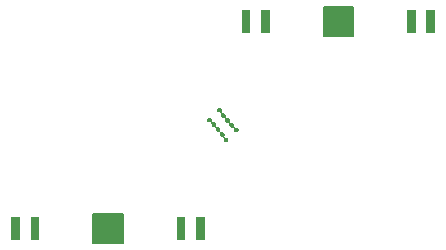
<source format=gts>
G04 #@! TF.GenerationSoftware,KiCad,Pcbnew,5.0.2-bee76a0~70~ubuntu18.04.1*
G04 #@! TF.CreationDate,2019-09-04T02:04:56+02:00*
G04 #@! TF.ProjectId,upper_Sensor,75707065-725f-4536-956e-736f722e6b69,rev?*
G04 #@! TF.SameCoordinates,Original*
G04 #@! TF.FileFunction,Soldermask,Top*
G04 #@! TF.FilePolarity,Negative*
%FSLAX46Y46*%
G04 Gerber Fmt 4.6, Leading zero omitted, Abs format (unit mm)*
G04 Created by KiCad (PCBNEW 5.0.2-bee76a0~70~ubuntu18.04.1) date Mi 04 Sep 2019 02:04:56 CEST*
%MOMM*%
%LPD*%
G01*
G04 APERTURE LIST*
%ADD10C,0.150000*%
%ADD11C,0.200000*%
%ADD12C,0.100000*%
G04 APERTURE END LIST*
D10*
G36*
X128250000Y-61250000D02*
X130750000Y-61250000D01*
X130750000Y-63750000D01*
X128250000Y-63750000D01*
X128250000Y-61250000D01*
G37*
X128250000Y-61250000D02*
X130750000Y-61250000D01*
X130750000Y-63750000D01*
X128250000Y-63750000D01*
X128250000Y-61250000D01*
G36*
X108750000Y-78750000D02*
X111250000Y-78750000D01*
X111250000Y-81250000D01*
X108750000Y-81250000D01*
X108750000Y-78750000D01*
G37*
X108750000Y-78750000D02*
X111250000Y-78750000D01*
X111250000Y-81250000D01*
X108750000Y-81250000D01*
X108750000Y-78750000D01*
D11*
X128805902Y-61950000D02*
G75*
G03X128805902Y-61950000I-55902J0D01*
G01*
X130305902Y-62390000D02*
G75*
G03X130305902Y-62390000I-55902J0D01*
G01*
X130305902Y-61950000D02*
G75*
G03X130305902Y-61950000I-55902J0D01*
G01*
X130105901Y-63250000D02*
G75*
G03X130105901Y-63250000I-55901J0D01*
G01*
X129225902Y-61750000D02*
G75*
G03X129225902Y-61750000I-55902J0D01*
G01*
X129885902Y-61750000D02*
G75*
G03X129885902Y-61750000I-55902J0D01*
G01*
X128805902Y-62830000D02*
G75*
G03X128805902Y-62830000I-55902J0D01*
G01*
X129665902Y-61750000D02*
G75*
G03X129665902Y-61750000I-55902J0D01*
G01*
X130305902Y-62830000D02*
G75*
G03X130305902Y-62830000I-55902J0D01*
G01*
X129665901Y-63250000D02*
G75*
G03X129665901Y-63250000I-55901J0D01*
G01*
X128805902Y-62390000D02*
G75*
G03X128805902Y-62390000I-55902J0D01*
G01*
X129225901Y-63250000D02*
G75*
G03X129225901Y-63250000I-55901J0D01*
G01*
X110805902Y-80330000D02*
G75*
G03X110805902Y-80330000I-55902J0D01*
G01*
X110165902Y-79250000D02*
G75*
G03X110165902Y-79250000I-55902J0D01*
G01*
X110165901Y-80750000D02*
G75*
G03X110165901Y-80750000I-55901J0D01*
G01*
X109305902Y-79890000D02*
G75*
G03X109305902Y-79890000I-55902J0D01*
G01*
X110805902Y-79890000D02*
G75*
G03X110805902Y-79890000I-55902J0D01*
G01*
X109725902Y-79250000D02*
G75*
G03X109725902Y-79250000I-55902J0D01*
G01*
X109305902Y-80330000D02*
G75*
G03X109305902Y-80330000I-55902J0D01*
G01*
X109305902Y-79450000D02*
G75*
G03X109305902Y-79450000I-55902J0D01*
G01*
X110805902Y-79450000D02*
G75*
G03X110805902Y-79450000I-55902J0D01*
G01*
X110605901Y-80750000D02*
G75*
G03X110605901Y-80750000I-55901J0D01*
G01*
X109725901Y-80750000D02*
G75*
G03X109725901Y-80750000I-55901J0D01*
G01*
X110385902Y-79250000D02*
G75*
G03X110385902Y-79250000I-55902J0D01*
G01*
D12*
G36*
X104191000Y-80966000D02*
X103459000Y-80966000D01*
X103459000Y-79034000D01*
X104191000Y-79034000D01*
X104191000Y-80966000D01*
X104191000Y-80966000D01*
G37*
G36*
X102541000Y-80966000D02*
X101809000Y-80966000D01*
X101809000Y-79034000D01*
X102541000Y-79034000D01*
X102541000Y-80966000D01*
X102541000Y-80966000D01*
G37*
G36*
X118191000Y-80966000D02*
X117459000Y-80966000D01*
X117459000Y-79034000D01*
X118191000Y-79034000D01*
X118191000Y-80966000D01*
X118191000Y-80966000D01*
G37*
G36*
X116541000Y-80966000D02*
X115809000Y-80966000D01*
X115809000Y-79034000D01*
X116541000Y-79034000D01*
X116541000Y-80966000D01*
X116541000Y-80966000D01*
G37*
G36*
X110760049Y-79717835D02*
X110771600Y-79739446D01*
X110787146Y-79758388D01*
X110806088Y-79773934D01*
X110812679Y-79778338D01*
X110812684Y-79778340D01*
X110833321Y-79792129D01*
X110850871Y-79809679D01*
X110864660Y-79830316D01*
X110874158Y-79853247D01*
X110879000Y-79877590D01*
X110879000Y-79902410D01*
X110874158Y-79926753D01*
X110864660Y-79949684D01*
X110850871Y-79970321D01*
X110833321Y-79987871D01*
X110812684Y-80001660D01*
X110812679Y-80001662D01*
X110806088Y-80006066D01*
X110787146Y-80021612D01*
X110771600Y-80040554D01*
X110760049Y-80062165D01*
X110752936Y-80085614D01*
X110750534Y-80110000D01*
X110752936Y-80134386D01*
X110760049Y-80157835D01*
X110771600Y-80179446D01*
X110787146Y-80198388D01*
X110806088Y-80213934D01*
X110812679Y-80218338D01*
X110812684Y-80218340D01*
X110833321Y-80232129D01*
X110850871Y-80249679D01*
X110864660Y-80270316D01*
X110874158Y-80293247D01*
X110879000Y-80317590D01*
X110879000Y-80342410D01*
X110874158Y-80366753D01*
X110864660Y-80389684D01*
X110850871Y-80410321D01*
X110833321Y-80427871D01*
X110812684Y-80441660D01*
X110789753Y-80451158D01*
X110765410Y-80456000D01*
X110732967Y-80456000D01*
X110708581Y-80458402D01*
X110688638Y-80464451D01*
X110685518Y-80454165D01*
X110673967Y-80432554D01*
X110658426Y-80413618D01*
X110655129Y-80410321D01*
X110641340Y-80389684D01*
X110639180Y-80384470D01*
X110627630Y-80362862D01*
X110612084Y-80343920D01*
X110593142Y-80328375D01*
X110571530Y-80316825D01*
X110548081Y-80309712D01*
X110523695Y-80307311D01*
X110499308Y-80309713D01*
X110475860Y-80316827D01*
X110454249Y-80328379D01*
X110435310Y-80343923D01*
X110351245Y-80427988D01*
X110258646Y-80489861D01*
X110241994Y-80498762D01*
X110223053Y-80514308D01*
X110207508Y-80533250D01*
X110195957Y-80554861D01*
X110188844Y-80578311D01*
X110186443Y-80602697D01*
X110188845Y-80627083D01*
X110195959Y-80650532D01*
X110207510Y-80672141D01*
X110207866Y-80672674D01*
X110207871Y-80672679D01*
X110221660Y-80693316D01*
X110221662Y-80693320D01*
X110226067Y-80699913D01*
X110241612Y-80718855D01*
X110260555Y-80734400D01*
X110282166Y-80745951D01*
X110305404Y-80753000D01*
X110282165Y-80760049D01*
X110260554Y-80771600D01*
X110241612Y-80787146D01*
X110226066Y-80806088D01*
X110221662Y-80812679D01*
X110221660Y-80812684D01*
X110207871Y-80833321D01*
X110190321Y-80850871D01*
X110169684Y-80864660D01*
X110146753Y-80874158D01*
X110122410Y-80879000D01*
X110097590Y-80879000D01*
X110073247Y-80874158D01*
X110050316Y-80864660D01*
X110029679Y-80850871D01*
X110012129Y-80833321D01*
X109998340Y-80812684D01*
X109998338Y-80812679D01*
X109993934Y-80806088D01*
X109978388Y-80787146D01*
X109959446Y-80771600D01*
X109937835Y-80760049D01*
X109914386Y-80752936D01*
X109890000Y-80750534D01*
X109865614Y-80752936D01*
X109842165Y-80760049D01*
X109820554Y-80771600D01*
X109801612Y-80787146D01*
X109786066Y-80806088D01*
X109781662Y-80812679D01*
X109781660Y-80812684D01*
X109767871Y-80833321D01*
X109750321Y-80850871D01*
X109729684Y-80864660D01*
X109706753Y-80874158D01*
X109682410Y-80879000D01*
X109657590Y-80879000D01*
X109633247Y-80874158D01*
X109610316Y-80864660D01*
X109589679Y-80850871D01*
X109572129Y-80833321D01*
X109558340Y-80812684D01*
X109548842Y-80789753D01*
X109544000Y-80765410D01*
X109544000Y-80740590D01*
X109548842Y-80716247D01*
X109558340Y-80693316D01*
X109572129Y-80672679D01*
X109589679Y-80655129D01*
X109610316Y-80641340D01*
X109615530Y-80639180D01*
X109637138Y-80627630D01*
X109656080Y-80612084D01*
X109671625Y-80593142D01*
X109683175Y-80571530D01*
X109690288Y-80548081D01*
X109692689Y-80523695D01*
X109690287Y-80499308D01*
X109683173Y-80475860D01*
X109671621Y-80454249D01*
X109656077Y-80435310D01*
X109564690Y-80343923D01*
X109545748Y-80328377D01*
X109524137Y-80316826D01*
X109500688Y-80309713D01*
X109476302Y-80307311D01*
X109451916Y-80309713D01*
X109428467Y-80316826D01*
X109406856Y-80328377D01*
X109387914Y-80343923D01*
X109372368Y-80362865D01*
X109360820Y-80384470D01*
X109358660Y-80389684D01*
X109344871Y-80410321D01*
X109327321Y-80427871D01*
X109306684Y-80441660D01*
X109283753Y-80451158D01*
X109259410Y-80456000D01*
X109234590Y-80456000D01*
X109210247Y-80451158D01*
X109187316Y-80441660D01*
X109166679Y-80427871D01*
X109149129Y-80410321D01*
X109135340Y-80389684D01*
X109125842Y-80366753D01*
X109121000Y-80342410D01*
X109121000Y-80317590D01*
X109125842Y-80293247D01*
X109135340Y-80270316D01*
X109149129Y-80249679D01*
X109166679Y-80232129D01*
X109187316Y-80218340D01*
X109187321Y-80218338D01*
X109193912Y-80213934D01*
X109212854Y-80198388D01*
X109228400Y-80179446D01*
X109239951Y-80157835D01*
X109247064Y-80134386D01*
X109249466Y-80110000D01*
X109247064Y-80085614D01*
X109239951Y-80062165D01*
X109228400Y-80040554D01*
X109212854Y-80021612D01*
X109193912Y-80006066D01*
X109187321Y-80001662D01*
X109187316Y-80001660D01*
X109166679Y-79987871D01*
X109149129Y-79970321D01*
X109135340Y-79949684D01*
X109125842Y-79926753D01*
X109121000Y-79902410D01*
X109121000Y-79877590D01*
X109125842Y-79853247D01*
X109135340Y-79830316D01*
X109149129Y-79809679D01*
X109166679Y-79792129D01*
X109187316Y-79778340D01*
X109187321Y-79778338D01*
X109193912Y-79773934D01*
X109212854Y-79758388D01*
X109228400Y-79739446D01*
X109239951Y-79717835D01*
X109247000Y-79694597D01*
X109254049Y-79717835D01*
X109265600Y-79739446D01*
X109281146Y-79758388D01*
X109300087Y-79773933D01*
X109306680Y-79778338D01*
X109306684Y-79778340D01*
X109327321Y-79792129D01*
X109327326Y-79792134D01*
X109327859Y-79792490D01*
X109349470Y-79804042D01*
X109372919Y-79811155D01*
X109397305Y-79813557D01*
X109421691Y-79811155D01*
X109445140Y-79804042D01*
X109466751Y-79792491D01*
X109485694Y-79776946D01*
X109501239Y-79758004D01*
X109510139Y-79741354D01*
X109572012Y-79648755D01*
X109656077Y-79564690D01*
X109671623Y-79545748D01*
X109683174Y-79524137D01*
X109690287Y-79500688D01*
X109692689Y-79476302D01*
X109690287Y-79451916D01*
X109683174Y-79428467D01*
X109671623Y-79406856D01*
X109656077Y-79387914D01*
X109637135Y-79372368D01*
X109615530Y-79360820D01*
X109610316Y-79358660D01*
X109589679Y-79344871D01*
X109586382Y-79341574D01*
X109567446Y-79326033D01*
X109545835Y-79314482D01*
X109535549Y-79311362D01*
X109541598Y-79291419D01*
X109544000Y-79267033D01*
X109544000Y-79234591D01*
X109545231Y-79228400D01*
X109548842Y-79210247D01*
X109558340Y-79187316D01*
X109572129Y-79166679D01*
X109589679Y-79149129D01*
X109610316Y-79135340D01*
X109633247Y-79125842D01*
X109657590Y-79121000D01*
X109682410Y-79121000D01*
X109706753Y-79125842D01*
X109729684Y-79135340D01*
X109750321Y-79149129D01*
X109767871Y-79166679D01*
X109781660Y-79187316D01*
X109781662Y-79187321D01*
X109786066Y-79193912D01*
X109801612Y-79212854D01*
X109820554Y-79228400D01*
X109842165Y-79239951D01*
X109865614Y-79247064D01*
X109890000Y-79249466D01*
X109914386Y-79247064D01*
X109937835Y-79239951D01*
X109959446Y-79228400D01*
X109978388Y-79212854D01*
X109993934Y-79193912D01*
X109998338Y-79187321D01*
X109998340Y-79187316D01*
X110012129Y-79166679D01*
X110029679Y-79149129D01*
X110050316Y-79135340D01*
X110073247Y-79125842D01*
X110097590Y-79121000D01*
X110122410Y-79121000D01*
X110146754Y-79125842D01*
X110160142Y-79131388D01*
X110169684Y-79135340D01*
X110169685Y-79135341D01*
X110172165Y-79136368D01*
X110195614Y-79143481D01*
X110220001Y-79145883D01*
X110244387Y-79143481D01*
X110267835Y-79136368D01*
X110270315Y-79135341D01*
X110270316Y-79135340D01*
X110279858Y-79131388D01*
X110293246Y-79125842D01*
X110317590Y-79121000D01*
X110342410Y-79121000D01*
X110366753Y-79125842D01*
X110389684Y-79135340D01*
X110410321Y-79149129D01*
X110427871Y-79166679D01*
X110441660Y-79187316D01*
X110451158Y-79210247D01*
X110454769Y-79228400D01*
X110456000Y-79234591D01*
X110456000Y-79267033D01*
X110458402Y-79291419D01*
X110464451Y-79311362D01*
X110454165Y-79314482D01*
X110432554Y-79326033D01*
X110413618Y-79341574D01*
X110410321Y-79344871D01*
X110389684Y-79358660D01*
X110384470Y-79360820D01*
X110362862Y-79372370D01*
X110343920Y-79387916D01*
X110328375Y-79406858D01*
X110316825Y-79428470D01*
X110309712Y-79451919D01*
X110307311Y-79476305D01*
X110309713Y-79500692D01*
X110316827Y-79524140D01*
X110328379Y-79545751D01*
X110343923Y-79564690D01*
X110427988Y-79648755D01*
X110489861Y-79741354D01*
X110498762Y-79758006D01*
X110514308Y-79776947D01*
X110533250Y-79792492D01*
X110554861Y-79804043D01*
X110578311Y-79811156D01*
X110602697Y-79813557D01*
X110627083Y-79811155D01*
X110650532Y-79804041D01*
X110672141Y-79792490D01*
X110672674Y-79792134D01*
X110672679Y-79792129D01*
X110693316Y-79778340D01*
X110693320Y-79778338D01*
X110699913Y-79773933D01*
X110718855Y-79758388D01*
X110734400Y-79739445D01*
X110745951Y-79717834D01*
X110753000Y-79694597D01*
X110760049Y-79717835D01*
X110760049Y-79717835D01*
G37*
G36*
X110617482Y-80628835D02*
X110629033Y-80650446D01*
X110644574Y-80669382D01*
X110647871Y-80672679D01*
X110661660Y-80693316D01*
X110671158Y-80716247D01*
X110676000Y-80740590D01*
X110676000Y-80765410D01*
X110671158Y-80789753D01*
X110661660Y-80812684D01*
X110647871Y-80833321D01*
X110630321Y-80850871D01*
X110609684Y-80864660D01*
X110586753Y-80874158D01*
X110562410Y-80879000D01*
X110537590Y-80879000D01*
X110513247Y-80874158D01*
X110490316Y-80864660D01*
X110469679Y-80850871D01*
X110452129Y-80833321D01*
X110438340Y-80812684D01*
X110438338Y-80812679D01*
X110433934Y-80806088D01*
X110418388Y-80787146D01*
X110399446Y-80771600D01*
X110377835Y-80760049D01*
X110354597Y-80753000D01*
X110377836Y-80745951D01*
X110399447Y-80734399D01*
X110418389Y-80718854D01*
X110433934Y-80699912D01*
X110438338Y-80693321D01*
X110438340Y-80693316D01*
X110452129Y-80672679D01*
X110469679Y-80655129D01*
X110490316Y-80641340D01*
X110513247Y-80631842D01*
X110537590Y-80627000D01*
X110570033Y-80627000D01*
X110594419Y-80624598D01*
X110614362Y-80618549D01*
X110617482Y-80628835D01*
X110617482Y-80628835D01*
G37*
G36*
X109283753Y-79328842D02*
X109306684Y-79338340D01*
X109327321Y-79352129D01*
X109330618Y-79355426D01*
X109349554Y-79370967D01*
X109371165Y-79382518D01*
X109381451Y-79385638D01*
X109375402Y-79405581D01*
X109373000Y-79429967D01*
X109373000Y-79462410D01*
X109368158Y-79486753D01*
X109358660Y-79509684D01*
X109344871Y-79530321D01*
X109327321Y-79547871D01*
X109306684Y-79561660D01*
X109306679Y-79561662D01*
X109300088Y-79566066D01*
X109281146Y-79581612D01*
X109265600Y-79600554D01*
X109254049Y-79622165D01*
X109247000Y-79645403D01*
X109239951Y-79622165D01*
X109228400Y-79600554D01*
X109212854Y-79581612D01*
X109193912Y-79566066D01*
X109187321Y-79561662D01*
X109187316Y-79561660D01*
X109166679Y-79547871D01*
X109149129Y-79530321D01*
X109135340Y-79509684D01*
X109125842Y-79486753D01*
X109121000Y-79462410D01*
X109121000Y-79437590D01*
X109125842Y-79413247D01*
X109135340Y-79390316D01*
X109149129Y-79369679D01*
X109166679Y-79352129D01*
X109187316Y-79338340D01*
X109210247Y-79328842D01*
X109234590Y-79324000D01*
X109259410Y-79324000D01*
X109283753Y-79328842D01*
X109283753Y-79328842D01*
G37*
G36*
X110789753Y-79328842D02*
X110812684Y-79338340D01*
X110833321Y-79352129D01*
X110850871Y-79369679D01*
X110864660Y-79390316D01*
X110874158Y-79413247D01*
X110879000Y-79437590D01*
X110879000Y-79462410D01*
X110874158Y-79486753D01*
X110864660Y-79509684D01*
X110850871Y-79530321D01*
X110833321Y-79547871D01*
X110812684Y-79561660D01*
X110812679Y-79561662D01*
X110806088Y-79566066D01*
X110787146Y-79581612D01*
X110771600Y-79600554D01*
X110760049Y-79622165D01*
X110753000Y-79645403D01*
X110745951Y-79622164D01*
X110734399Y-79600553D01*
X110718854Y-79581611D01*
X110699912Y-79566066D01*
X110693321Y-79561662D01*
X110693316Y-79561660D01*
X110672679Y-79547871D01*
X110655129Y-79530321D01*
X110641340Y-79509684D01*
X110631842Y-79486753D01*
X110627000Y-79462410D01*
X110627000Y-79429967D01*
X110624598Y-79405581D01*
X110618549Y-79385638D01*
X110628835Y-79382518D01*
X110650446Y-79370967D01*
X110669382Y-79355426D01*
X110672679Y-79352129D01*
X110693316Y-79338340D01*
X110716247Y-79328842D01*
X110740590Y-79324000D01*
X110765410Y-79324000D01*
X110789753Y-79328842D01*
X110789753Y-79328842D01*
G37*
G36*
X118598402Y-70627536D02*
X118633846Y-70634586D01*
X118670425Y-70649738D01*
X118670427Y-70649739D01*
X118703347Y-70671736D01*
X118731342Y-70699731D01*
X118749866Y-70727453D01*
X118753340Y-70732653D01*
X118768492Y-70769232D01*
X118776216Y-70808065D01*
X118776216Y-70847659D01*
X118770791Y-70874932D01*
X118768390Y-70899311D01*
X118770792Y-70923697D01*
X118777905Y-70947146D01*
X118789456Y-70968757D01*
X118805001Y-70987700D01*
X118823943Y-71003245D01*
X118845553Y-71014796D01*
X118869003Y-71021910D01*
X118893389Y-71024312D01*
X118917776Y-71021910D01*
X118947252Y-71016047D01*
X118986848Y-71016047D01*
X118996555Y-71017978D01*
X119025680Y-71023771D01*
X119062259Y-71038923D01*
X119062261Y-71038924D01*
X119077131Y-71048860D01*
X119095180Y-71060920D01*
X119123177Y-71088917D01*
X119134100Y-71105265D01*
X119144469Y-71120782D01*
X119145174Y-71121838D01*
X119160326Y-71158417D01*
X119164956Y-71181697D01*
X119168050Y-71197249D01*
X119168050Y-71236845D01*
X119158343Y-71285646D01*
X119157106Y-71289723D01*
X119154703Y-71314110D01*
X119157104Y-71338496D01*
X119164216Y-71361945D01*
X119175766Y-71383557D01*
X119191311Y-71402500D01*
X119210252Y-71418046D01*
X119231863Y-71429598D01*
X119255311Y-71436712D01*
X119279698Y-71439115D01*
X119297418Y-71437370D01*
X119340382Y-71437370D01*
X119349154Y-71439115D01*
X119379214Y-71445094D01*
X119415793Y-71460246D01*
X119415795Y-71460247D01*
X119421175Y-71463842D01*
X119435417Y-71473358D01*
X119448715Y-71482244D01*
X119476710Y-71510239D01*
X119497470Y-71541307D01*
X119498708Y-71543161D01*
X119513860Y-71579740D01*
X119516824Y-71594644D01*
X119521584Y-71618572D01*
X119521584Y-71658168D01*
X119511882Y-71706945D01*
X119510641Y-71711032D01*
X119508235Y-71735418D01*
X119510632Y-71759805D01*
X119517741Y-71783255D01*
X119529288Y-71804868D01*
X119544830Y-71823813D01*
X119563769Y-71839362D01*
X119585378Y-71850918D01*
X119608825Y-71858036D01*
X119633211Y-71860442D01*
X119650950Y-71858697D01*
X119693915Y-71858697D01*
X119697293Y-71859369D01*
X119732747Y-71866421D01*
X119769326Y-71881573D01*
X119769328Y-71881574D01*
X119802248Y-71903571D01*
X119830243Y-71931566D01*
X119851013Y-71962649D01*
X119852241Y-71964488D01*
X119867393Y-72001067D01*
X119875117Y-72039900D01*
X119875117Y-72079494D01*
X119867393Y-72118327D01*
X119858695Y-72139324D01*
X119851582Y-72162773D01*
X119849180Y-72187160D01*
X119851582Y-72211546D01*
X119858695Y-72234995D01*
X119870246Y-72256606D01*
X119885791Y-72275548D01*
X119904734Y-72291094D01*
X119926344Y-72302645D01*
X119949793Y-72309758D01*
X119974180Y-72312160D01*
X120009146Y-72312160D01*
X120018853Y-72314091D01*
X120047978Y-72319884D01*
X120084557Y-72335036D01*
X120084559Y-72335037D01*
X120101130Y-72346110D01*
X120117478Y-72357033D01*
X120145475Y-72385030D01*
X120156398Y-72401378D01*
X120162216Y-72410084D01*
X120167472Y-72417951D01*
X120182624Y-72454530D01*
X120190348Y-72493363D01*
X120190348Y-72532957D01*
X120182624Y-72571790D01*
X120167472Y-72608369D01*
X120167471Y-72608371D01*
X120145474Y-72641291D01*
X120117479Y-72669286D01*
X120084559Y-72691283D01*
X120084558Y-72691284D01*
X120084557Y-72691284D01*
X120047978Y-72706436D01*
X120018853Y-72712229D01*
X120009146Y-72714160D01*
X119969550Y-72714160D01*
X119959843Y-72712229D01*
X119930718Y-72706436D01*
X119894139Y-72691284D01*
X119894138Y-72691284D01*
X119894137Y-72691283D01*
X119861217Y-72669286D01*
X119833222Y-72641291D01*
X119811225Y-72608371D01*
X119811224Y-72608369D01*
X119796072Y-72571790D01*
X119788348Y-72532957D01*
X119788348Y-72493363D01*
X119796072Y-72454530D01*
X119804771Y-72433529D01*
X119811883Y-72410084D01*
X119814285Y-72385697D01*
X119811883Y-72361311D01*
X119804770Y-72337862D01*
X119793219Y-72316251D01*
X119777674Y-72297309D01*
X119758731Y-72281763D01*
X119737121Y-72270212D01*
X119713672Y-72263099D01*
X119689285Y-72260697D01*
X119654319Y-72260697D01*
X119644612Y-72258766D01*
X119615487Y-72252973D01*
X119578908Y-72237821D01*
X119578907Y-72237821D01*
X119578906Y-72237820D01*
X119545986Y-72215823D01*
X119517991Y-72187828D01*
X119517545Y-72187160D01*
X119507067Y-72171479D01*
X119495994Y-72154908D01*
X119489539Y-72139324D01*
X119480841Y-72118327D01*
X119473117Y-72079494D01*
X119473117Y-72039900D01*
X119480841Y-72001067D01*
X119482819Y-71991122D01*
X119484060Y-71987035D01*
X119486466Y-71962649D01*
X119484069Y-71938262D01*
X119476960Y-71914812D01*
X119465413Y-71893199D01*
X119449871Y-71874254D01*
X119430932Y-71858705D01*
X119409323Y-71847149D01*
X119385876Y-71840031D01*
X119361490Y-71837625D01*
X119343751Y-71839370D01*
X119300786Y-71839370D01*
X119291079Y-71837439D01*
X119261954Y-71831646D01*
X119225375Y-71816494D01*
X119225374Y-71816494D01*
X119225373Y-71816493D01*
X119192453Y-71794496D01*
X119164458Y-71766501D01*
X119142461Y-71733581D01*
X119138792Y-71724723D01*
X119127308Y-71697000D01*
X119119584Y-71658167D01*
X119119584Y-71618573D01*
X119127308Y-71579740D01*
X119129291Y-71569771D01*
X119130528Y-71565694D01*
X119132931Y-71541307D01*
X119130530Y-71516921D01*
X119123418Y-71493472D01*
X119111868Y-71471860D01*
X119096323Y-71452917D01*
X119077382Y-71437371D01*
X119055771Y-71425819D01*
X119032323Y-71418705D01*
X119007936Y-71416302D01*
X118990216Y-71418047D01*
X118947252Y-71418047D01*
X118937545Y-71416116D01*
X118908420Y-71410323D01*
X118871841Y-71395171D01*
X118871840Y-71395171D01*
X118871839Y-71395170D01*
X118838919Y-71373173D01*
X118810924Y-71345178D01*
X118804483Y-71335538D01*
X118796754Y-71323971D01*
X118788927Y-71312258D01*
X118782485Y-71296706D01*
X118773774Y-71275677D01*
X118766050Y-71236844D01*
X118766050Y-71197250D01*
X118771475Y-71169977D01*
X118773876Y-71145598D01*
X118771474Y-71121212D01*
X118764361Y-71097763D01*
X118752810Y-71076152D01*
X118737265Y-71057209D01*
X118718323Y-71041664D01*
X118696713Y-71030113D01*
X118673263Y-71022999D01*
X118648877Y-71020597D01*
X118624490Y-71022999D01*
X118595014Y-71028862D01*
X118555418Y-71028862D01*
X118545711Y-71026931D01*
X118516586Y-71021138D01*
X118480007Y-71005986D01*
X118480006Y-71005986D01*
X118480005Y-71005985D01*
X118447085Y-70983988D01*
X118419090Y-70955993D01*
X118416870Y-70952670D01*
X118408166Y-70939644D01*
X118397093Y-70923073D01*
X118397092Y-70923071D01*
X118381940Y-70886492D01*
X118374216Y-70847659D01*
X118374216Y-70808065D01*
X118381940Y-70769232D01*
X118397092Y-70732653D01*
X118400567Y-70727453D01*
X118419090Y-70699731D01*
X118447085Y-70671736D01*
X118480005Y-70649739D01*
X118480007Y-70649738D01*
X118516586Y-70634586D01*
X118552030Y-70627536D01*
X118555418Y-70626862D01*
X118595014Y-70626862D01*
X118598402Y-70627536D01*
X118598402Y-70627536D01*
G37*
G36*
X119477369Y-69781727D02*
X119506494Y-69787520D01*
X119543073Y-69802672D01*
X119543075Y-69802673D01*
X119559646Y-69813746D01*
X119575994Y-69824669D01*
X119603991Y-69852666D01*
X119625988Y-69885587D01*
X119641140Y-69922166D01*
X119648864Y-69960999D01*
X119648864Y-70000593D01*
X119641141Y-70039423D01*
X119641140Y-70039425D01*
X119632442Y-70060423D01*
X119625328Y-70083872D01*
X119622926Y-70108258D01*
X119625327Y-70132644D01*
X119632440Y-70156093D01*
X119643991Y-70177704D01*
X119659536Y-70196647D01*
X119678478Y-70212192D01*
X119700089Y-70223744D01*
X119723538Y-70230858D01*
X119747926Y-70233260D01*
X119782894Y-70233260D01*
X119792601Y-70235191D01*
X119821726Y-70240984D01*
X119858305Y-70256136D01*
X119858307Y-70256137D01*
X119891227Y-70278134D01*
X119919222Y-70306129D01*
X119935964Y-70331184D01*
X119941220Y-70339051D01*
X119956372Y-70375630D01*
X119962165Y-70404755D01*
X119964096Y-70414462D01*
X119964096Y-70454058D01*
X119954385Y-70502880D01*
X119953148Y-70506959D01*
X119950749Y-70531346D01*
X119953154Y-70555732D01*
X119960271Y-70579180D01*
X119971825Y-70600789D01*
X119987373Y-70619729D01*
X120006317Y-70635272D01*
X120027929Y-70646820D01*
X120051379Y-70653930D01*
X120075766Y-70656329D01*
X120093466Y-70654584D01*
X120136426Y-70654584D01*
X120145198Y-70656329D01*
X120175258Y-70662308D01*
X120211837Y-70677460D01*
X120211839Y-70677461D01*
X120228410Y-70688534D01*
X120244758Y-70699457D01*
X120272755Y-70727454D01*
X120294752Y-70760375D01*
X120309904Y-70796954D01*
X120312114Y-70808065D01*
X120317628Y-70835786D01*
X120317628Y-70875382D01*
X120307917Y-70924204D01*
X120306680Y-70928283D01*
X120304281Y-70952670D01*
X120306686Y-70977056D01*
X120313803Y-71000504D01*
X120325357Y-71022113D01*
X120340905Y-71041053D01*
X120359849Y-71056596D01*
X120381461Y-71068144D01*
X120404911Y-71075254D01*
X120429298Y-71077653D01*
X120447003Y-71075908D01*
X120489959Y-71075908D01*
X120498731Y-71077653D01*
X120528791Y-71083632D01*
X120562905Y-71097763D01*
X120565372Y-71098785D01*
X120581943Y-71109858D01*
X120598291Y-71120781D01*
X120626288Y-71148778D01*
X120648285Y-71181699D01*
X120663437Y-71218278D01*
X120671161Y-71257111D01*
X120671161Y-71296705D01*
X120665736Y-71323978D01*
X120663335Y-71348357D01*
X120665737Y-71372743D01*
X120672850Y-71396192D01*
X120684401Y-71417803D01*
X120699946Y-71436746D01*
X120718888Y-71452291D01*
X120740498Y-71463842D01*
X120763948Y-71470956D01*
X120788334Y-71473358D01*
X120812717Y-71470957D01*
X120842200Y-71465093D01*
X120881795Y-71465093D01*
X120891502Y-71467024D01*
X120920627Y-71472817D01*
X120957206Y-71487969D01*
X120957208Y-71487970D01*
X120990128Y-71509967D01*
X121018123Y-71537962D01*
X121039378Y-71569771D01*
X121040121Y-71570884D01*
X121055273Y-71607463D01*
X121062997Y-71646296D01*
X121062997Y-71685890D01*
X121055273Y-71724723D01*
X121040121Y-71761302D01*
X121018124Y-71794223D01*
X120990127Y-71822220D01*
X120976020Y-71831646D01*
X120957208Y-71844216D01*
X120957207Y-71844217D01*
X120957206Y-71844217D01*
X120920627Y-71859369D01*
X120891502Y-71865162D01*
X120881795Y-71867093D01*
X120842199Y-71867093D01*
X120832492Y-71865162D01*
X120803367Y-71859369D01*
X120766788Y-71844217D01*
X120766787Y-71844217D01*
X120766786Y-71844216D01*
X120747974Y-71831646D01*
X120733867Y-71822220D01*
X120705870Y-71794223D01*
X120683873Y-71761302D01*
X120668721Y-71724723D01*
X120660997Y-71685890D01*
X120660997Y-71646296D01*
X120666422Y-71619023D01*
X120668823Y-71594644D01*
X120666421Y-71570258D01*
X120659308Y-71546809D01*
X120647757Y-71525198D01*
X120632212Y-71506255D01*
X120613270Y-71490710D01*
X120591660Y-71479159D01*
X120568210Y-71472045D01*
X120543824Y-71469643D01*
X120519441Y-71472044D01*
X120489958Y-71477908D01*
X120450363Y-71477908D01*
X120440656Y-71475977D01*
X120411531Y-71470184D01*
X120374952Y-71455032D01*
X120374951Y-71455032D01*
X120374950Y-71455031D01*
X120358379Y-71443958D01*
X120342031Y-71433035D01*
X120314034Y-71405038D01*
X120292743Y-71373174D01*
X120292038Y-71372119D01*
X120292037Y-71372117D01*
X120276885Y-71335538D01*
X120269161Y-71296705D01*
X120269161Y-71257111D01*
X120276885Y-71218278D01*
X120278872Y-71208288D01*
X120280109Y-71204209D01*
X120282508Y-71179822D01*
X120280103Y-71155436D01*
X120272986Y-71131988D01*
X120261432Y-71110379D01*
X120245884Y-71091439D01*
X120226940Y-71075896D01*
X120205328Y-71064348D01*
X120181878Y-71057238D01*
X120157491Y-71054839D01*
X120139786Y-71056584D01*
X120096830Y-71056584D01*
X120087123Y-71054653D01*
X120057998Y-71048860D01*
X120021419Y-71033708D01*
X120021418Y-71033708D01*
X120021417Y-71033707D01*
X120001797Y-71020597D01*
X119988498Y-71011711D01*
X119960501Y-70983714D01*
X119949578Y-70967366D01*
X119938505Y-70950795D01*
X119938504Y-70950793D01*
X119923352Y-70914214D01*
X119915628Y-70875381D01*
X119915628Y-70835787D01*
X119923352Y-70796954D01*
X119925339Y-70786964D01*
X119926576Y-70782885D01*
X119928975Y-70758498D01*
X119926570Y-70734112D01*
X119919453Y-70710664D01*
X119907899Y-70689055D01*
X119892351Y-70670115D01*
X119873407Y-70654572D01*
X119851795Y-70643024D01*
X119828345Y-70635914D01*
X119803958Y-70633515D01*
X119786258Y-70635260D01*
X119743298Y-70635260D01*
X119733591Y-70633329D01*
X119704466Y-70627536D01*
X119667887Y-70612384D01*
X119667886Y-70612384D01*
X119667885Y-70612383D01*
X119634965Y-70590386D01*
X119606970Y-70562391D01*
X119584973Y-70529471D01*
X119584972Y-70529469D01*
X119569820Y-70492890D01*
X119562096Y-70454057D01*
X119562096Y-70414463D01*
X119569820Y-70375630D01*
X119578519Y-70354629D01*
X119585632Y-70331184D01*
X119588034Y-70306798D01*
X119585633Y-70282412D01*
X119578520Y-70258963D01*
X119566969Y-70237352D01*
X119551424Y-70218409D01*
X119532482Y-70202864D01*
X119510871Y-70191312D01*
X119487422Y-70184198D01*
X119463034Y-70181796D01*
X119428066Y-70181796D01*
X119418359Y-70179865D01*
X119389234Y-70174072D01*
X119352655Y-70158920D01*
X119352654Y-70158920D01*
X119352653Y-70158919D01*
X119319733Y-70136922D01*
X119291738Y-70108927D01*
X119269741Y-70076007D01*
X119263286Y-70060423D01*
X119254588Y-70039426D01*
X119246864Y-70000593D01*
X119246864Y-69960999D01*
X119254588Y-69922166D01*
X119269740Y-69885587D01*
X119291737Y-69852666D01*
X119319734Y-69824669D01*
X119336082Y-69813746D01*
X119352653Y-69802673D01*
X119352655Y-69802672D01*
X119389234Y-69787520D01*
X119418359Y-69781727D01*
X119428066Y-69779796D01*
X119467662Y-69779796D01*
X119477369Y-69781727D01*
X119477369Y-69781727D01*
G37*
G36*
X137691000Y-63466000D02*
X136959000Y-63466000D01*
X136959000Y-61534000D01*
X137691000Y-61534000D01*
X137691000Y-63466000D01*
X137691000Y-63466000D01*
G37*
G36*
X136041000Y-63466000D02*
X135309000Y-63466000D01*
X135309000Y-61534000D01*
X136041000Y-61534000D01*
X136041000Y-63466000D01*
X136041000Y-63466000D01*
G37*
G36*
X123691000Y-63466000D02*
X122959000Y-63466000D01*
X122959000Y-61534000D01*
X123691000Y-61534000D01*
X123691000Y-63466000D01*
X123691000Y-63466000D01*
G37*
G36*
X122041000Y-63466000D02*
X121309000Y-63466000D01*
X121309000Y-61534000D01*
X122041000Y-61534000D01*
X122041000Y-63466000D01*
X122041000Y-63466000D01*
G37*
G36*
X130117482Y-63128835D02*
X130129033Y-63150446D01*
X130144574Y-63169382D01*
X130147871Y-63172679D01*
X130161660Y-63193316D01*
X130171158Y-63216247D01*
X130176000Y-63240590D01*
X130176000Y-63265410D01*
X130171158Y-63289753D01*
X130161660Y-63312684D01*
X130147871Y-63333321D01*
X130130321Y-63350871D01*
X130109684Y-63364660D01*
X130086753Y-63374158D01*
X130062410Y-63379000D01*
X130037590Y-63379000D01*
X130013247Y-63374158D01*
X129990316Y-63364660D01*
X129969679Y-63350871D01*
X129952129Y-63333321D01*
X129938340Y-63312684D01*
X129938338Y-63312679D01*
X129933934Y-63306088D01*
X129918388Y-63287146D01*
X129899446Y-63271600D01*
X129877835Y-63260049D01*
X129854597Y-63253000D01*
X129877836Y-63245951D01*
X129899447Y-63234399D01*
X129918389Y-63218854D01*
X129933934Y-63199912D01*
X129938338Y-63193321D01*
X129938340Y-63193316D01*
X129952129Y-63172679D01*
X129969679Y-63155129D01*
X129990316Y-63141340D01*
X130013247Y-63131842D01*
X130037590Y-63127000D01*
X130070033Y-63127000D01*
X130094419Y-63124598D01*
X130114362Y-63118549D01*
X130117482Y-63128835D01*
X130117482Y-63128835D01*
G37*
G36*
X130260049Y-62217835D02*
X130271600Y-62239446D01*
X130287146Y-62258388D01*
X130306088Y-62273934D01*
X130312679Y-62278338D01*
X130312684Y-62278340D01*
X130333321Y-62292129D01*
X130350871Y-62309679D01*
X130364660Y-62330316D01*
X130374158Y-62353247D01*
X130379000Y-62377590D01*
X130379000Y-62402410D01*
X130374158Y-62426753D01*
X130364660Y-62449684D01*
X130350871Y-62470321D01*
X130333321Y-62487871D01*
X130312684Y-62501660D01*
X130312679Y-62501662D01*
X130306088Y-62506066D01*
X130287146Y-62521612D01*
X130271600Y-62540554D01*
X130260049Y-62562165D01*
X130252936Y-62585614D01*
X130250534Y-62610000D01*
X130252936Y-62634386D01*
X130260049Y-62657835D01*
X130271600Y-62679446D01*
X130287146Y-62698388D01*
X130306088Y-62713934D01*
X130312679Y-62718338D01*
X130312684Y-62718340D01*
X130333321Y-62732129D01*
X130350871Y-62749679D01*
X130364660Y-62770316D01*
X130374158Y-62793247D01*
X130379000Y-62817590D01*
X130379000Y-62842410D01*
X130374158Y-62866753D01*
X130364660Y-62889684D01*
X130350871Y-62910321D01*
X130333321Y-62927871D01*
X130312684Y-62941660D01*
X130289753Y-62951158D01*
X130265410Y-62956000D01*
X130232967Y-62956000D01*
X130208581Y-62958402D01*
X130188638Y-62964451D01*
X130185518Y-62954165D01*
X130173967Y-62932554D01*
X130158426Y-62913618D01*
X130155129Y-62910321D01*
X130141340Y-62889684D01*
X130139180Y-62884470D01*
X130127630Y-62862862D01*
X130112084Y-62843920D01*
X130093142Y-62828375D01*
X130071530Y-62816825D01*
X130048081Y-62809712D01*
X130023695Y-62807311D01*
X129999308Y-62809713D01*
X129975860Y-62816827D01*
X129954249Y-62828379D01*
X129935310Y-62843923D01*
X129851245Y-62927988D01*
X129758646Y-62989861D01*
X129741994Y-62998762D01*
X129723053Y-63014308D01*
X129707508Y-63033250D01*
X129695957Y-63054861D01*
X129688844Y-63078311D01*
X129686443Y-63102697D01*
X129688845Y-63127083D01*
X129695959Y-63150532D01*
X129707510Y-63172141D01*
X129707866Y-63172674D01*
X129707871Y-63172679D01*
X129721660Y-63193316D01*
X129721662Y-63193320D01*
X129726067Y-63199913D01*
X129741612Y-63218855D01*
X129760555Y-63234400D01*
X129782166Y-63245951D01*
X129805404Y-63253000D01*
X129782165Y-63260049D01*
X129760554Y-63271600D01*
X129741612Y-63287146D01*
X129726066Y-63306088D01*
X129721662Y-63312679D01*
X129721660Y-63312684D01*
X129707871Y-63333321D01*
X129690321Y-63350871D01*
X129669684Y-63364660D01*
X129646753Y-63374158D01*
X129622410Y-63379000D01*
X129597590Y-63379000D01*
X129573247Y-63374158D01*
X129550316Y-63364660D01*
X129529679Y-63350871D01*
X129512129Y-63333321D01*
X129498340Y-63312684D01*
X129498338Y-63312679D01*
X129493934Y-63306088D01*
X129478388Y-63287146D01*
X129459446Y-63271600D01*
X129437835Y-63260049D01*
X129414386Y-63252936D01*
X129390000Y-63250534D01*
X129365614Y-63252936D01*
X129342165Y-63260049D01*
X129320554Y-63271600D01*
X129301612Y-63287146D01*
X129286066Y-63306088D01*
X129281662Y-63312679D01*
X129281660Y-63312684D01*
X129267871Y-63333321D01*
X129250321Y-63350871D01*
X129229684Y-63364660D01*
X129206753Y-63374158D01*
X129182410Y-63379000D01*
X129157590Y-63379000D01*
X129133247Y-63374158D01*
X129110316Y-63364660D01*
X129089679Y-63350871D01*
X129072129Y-63333321D01*
X129058340Y-63312684D01*
X129048842Y-63289753D01*
X129044000Y-63265410D01*
X129044000Y-63240590D01*
X129048842Y-63216247D01*
X129058340Y-63193316D01*
X129072129Y-63172679D01*
X129089679Y-63155129D01*
X129110316Y-63141340D01*
X129115530Y-63139180D01*
X129137138Y-63127630D01*
X129156080Y-63112084D01*
X129171625Y-63093142D01*
X129183175Y-63071530D01*
X129190288Y-63048081D01*
X129192689Y-63023695D01*
X129190287Y-62999308D01*
X129183173Y-62975860D01*
X129171621Y-62954249D01*
X129156077Y-62935310D01*
X129064690Y-62843923D01*
X129045748Y-62828377D01*
X129024137Y-62816826D01*
X129000688Y-62809713D01*
X128976302Y-62807311D01*
X128951916Y-62809713D01*
X128928467Y-62816826D01*
X128906856Y-62828377D01*
X128887914Y-62843923D01*
X128872368Y-62862865D01*
X128860820Y-62884470D01*
X128858660Y-62889684D01*
X128844871Y-62910321D01*
X128827321Y-62927871D01*
X128806684Y-62941660D01*
X128783753Y-62951158D01*
X128759410Y-62956000D01*
X128734590Y-62956000D01*
X128710247Y-62951158D01*
X128687316Y-62941660D01*
X128666679Y-62927871D01*
X128649129Y-62910321D01*
X128635340Y-62889684D01*
X128625842Y-62866753D01*
X128621000Y-62842410D01*
X128621000Y-62817590D01*
X128625842Y-62793247D01*
X128635340Y-62770316D01*
X128649129Y-62749679D01*
X128666679Y-62732129D01*
X128687316Y-62718340D01*
X128687321Y-62718338D01*
X128693912Y-62713934D01*
X128712854Y-62698388D01*
X128728400Y-62679446D01*
X128739951Y-62657835D01*
X128747064Y-62634386D01*
X128749466Y-62610000D01*
X128747064Y-62585614D01*
X128739951Y-62562165D01*
X128728400Y-62540554D01*
X128712854Y-62521612D01*
X128693912Y-62506066D01*
X128687321Y-62501662D01*
X128687316Y-62501660D01*
X128666679Y-62487871D01*
X128649129Y-62470321D01*
X128635340Y-62449684D01*
X128625842Y-62426753D01*
X128621000Y-62402410D01*
X128621000Y-62377590D01*
X128625842Y-62353247D01*
X128635340Y-62330316D01*
X128649129Y-62309679D01*
X128666679Y-62292129D01*
X128687316Y-62278340D01*
X128687321Y-62278338D01*
X128693912Y-62273934D01*
X128712854Y-62258388D01*
X128728400Y-62239446D01*
X128739951Y-62217835D01*
X128747000Y-62194597D01*
X128754049Y-62217835D01*
X128765600Y-62239446D01*
X128781146Y-62258388D01*
X128800087Y-62273933D01*
X128806680Y-62278338D01*
X128806684Y-62278340D01*
X128827321Y-62292129D01*
X128827326Y-62292134D01*
X128827859Y-62292490D01*
X128849470Y-62304042D01*
X128872919Y-62311155D01*
X128897305Y-62313557D01*
X128921691Y-62311155D01*
X128945140Y-62304042D01*
X128966751Y-62292491D01*
X128985694Y-62276946D01*
X129001239Y-62258004D01*
X129010139Y-62241354D01*
X129072012Y-62148755D01*
X129156077Y-62064690D01*
X129171623Y-62045748D01*
X129183174Y-62024137D01*
X129190287Y-62000688D01*
X129192689Y-61976302D01*
X129190287Y-61951916D01*
X129183174Y-61928467D01*
X129171623Y-61906856D01*
X129156077Y-61887914D01*
X129137135Y-61872368D01*
X129115530Y-61860820D01*
X129110316Y-61858660D01*
X129089679Y-61844871D01*
X129086382Y-61841574D01*
X129067446Y-61826033D01*
X129045835Y-61814482D01*
X129035549Y-61811362D01*
X129041598Y-61791419D01*
X129044000Y-61767033D01*
X129044000Y-61734591D01*
X129045231Y-61728400D01*
X129048842Y-61710247D01*
X129058340Y-61687316D01*
X129072129Y-61666679D01*
X129089679Y-61649129D01*
X129110316Y-61635340D01*
X129133247Y-61625842D01*
X129157590Y-61621000D01*
X129182410Y-61621000D01*
X129206753Y-61625842D01*
X129229684Y-61635340D01*
X129250321Y-61649129D01*
X129267871Y-61666679D01*
X129281660Y-61687316D01*
X129281662Y-61687321D01*
X129286066Y-61693912D01*
X129301612Y-61712854D01*
X129320554Y-61728400D01*
X129342165Y-61739951D01*
X129365614Y-61747064D01*
X129390000Y-61749466D01*
X129414386Y-61747064D01*
X129437835Y-61739951D01*
X129459446Y-61728400D01*
X129478388Y-61712854D01*
X129493934Y-61693912D01*
X129498338Y-61687321D01*
X129498340Y-61687316D01*
X129512129Y-61666679D01*
X129529679Y-61649129D01*
X129550316Y-61635340D01*
X129573247Y-61625842D01*
X129597590Y-61621000D01*
X129622410Y-61621000D01*
X129634581Y-61623421D01*
X129646754Y-61625842D01*
X129660142Y-61631388D01*
X129669684Y-61635340D01*
X129669685Y-61635341D01*
X129672165Y-61636368D01*
X129695614Y-61643481D01*
X129720001Y-61645883D01*
X129744387Y-61643481D01*
X129767835Y-61636368D01*
X129770315Y-61635341D01*
X129770316Y-61635340D01*
X129779858Y-61631388D01*
X129793246Y-61625842D01*
X129805419Y-61623421D01*
X129817590Y-61621000D01*
X129842410Y-61621000D01*
X129866753Y-61625842D01*
X129889684Y-61635340D01*
X129910321Y-61649129D01*
X129927871Y-61666679D01*
X129941660Y-61687316D01*
X129951158Y-61710247D01*
X129954769Y-61728400D01*
X129956000Y-61734591D01*
X129956000Y-61767033D01*
X129958402Y-61791419D01*
X129964451Y-61811362D01*
X129954165Y-61814482D01*
X129932554Y-61826033D01*
X129913618Y-61841574D01*
X129910321Y-61844871D01*
X129889684Y-61858660D01*
X129884470Y-61860820D01*
X129862862Y-61872370D01*
X129843920Y-61887916D01*
X129828375Y-61906858D01*
X129816825Y-61928470D01*
X129809712Y-61951919D01*
X129807311Y-61976305D01*
X129809713Y-62000692D01*
X129816827Y-62024140D01*
X129828379Y-62045751D01*
X129843923Y-62064690D01*
X129927988Y-62148755D01*
X129989861Y-62241354D01*
X129998762Y-62258006D01*
X130014308Y-62276947D01*
X130033250Y-62292492D01*
X130054861Y-62304043D01*
X130078311Y-62311156D01*
X130102697Y-62313557D01*
X130127083Y-62311155D01*
X130150532Y-62304041D01*
X130172141Y-62292490D01*
X130172674Y-62292134D01*
X130172679Y-62292129D01*
X130193316Y-62278340D01*
X130193320Y-62278338D01*
X130199913Y-62273933D01*
X130218855Y-62258388D01*
X130234400Y-62239445D01*
X130245951Y-62217834D01*
X130253000Y-62194597D01*
X130260049Y-62217835D01*
X130260049Y-62217835D01*
G37*
G36*
X130289753Y-61828842D02*
X130312684Y-61838340D01*
X130333321Y-61852129D01*
X130350871Y-61869679D01*
X130364660Y-61890316D01*
X130374158Y-61913247D01*
X130379000Y-61937590D01*
X130379000Y-61962410D01*
X130374158Y-61986753D01*
X130364660Y-62009684D01*
X130350871Y-62030321D01*
X130333321Y-62047871D01*
X130312684Y-62061660D01*
X130312679Y-62061662D01*
X130306088Y-62066066D01*
X130287146Y-62081612D01*
X130271600Y-62100554D01*
X130260049Y-62122165D01*
X130253000Y-62145403D01*
X130245951Y-62122164D01*
X130234399Y-62100553D01*
X130218854Y-62081611D01*
X130199912Y-62066066D01*
X130193321Y-62061662D01*
X130193316Y-62061660D01*
X130172679Y-62047871D01*
X130155129Y-62030321D01*
X130141340Y-62009684D01*
X130131842Y-61986753D01*
X130127000Y-61962410D01*
X130127000Y-61929967D01*
X130124598Y-61905581D01*
X130118549Y-61885638D01*
X130128835Y-61882518D01*
X130150446Y-61870967D01*
X130169382Y-61855426D01*
X130172679Y-61852129D01*
X130193316Y-61838340D01*
X130216247Y-61828842D01*
X130240590Y-61824000D01*
X130265410Y-61824000D01*
X130289753Y-61828842D01*
X130289753Y-61828842D01*
G37*
G36*
X128783753Y-61828842D02*
X128806684Y-61838340D01*
X128827321Y-61852129D01*
X128830618Y-61855426D01*
X128849554Y-61870967D01*
X128871165Y-61882518D01*
X128881451Y-61885638D01*
X128875402Y-61905581D01*
X128873000Y-61929967D01*
X128873000Y-61962410D01*
X128868158Y-61986753D01*
X128858660Y-62009684D01*
X128844871Y-62030321D01*
X128827321Y-62047871D01*
X128806684Y-62061660D01*
X128806679Y-62061662D01*
X128800088Y-62066066D01*
X128781146Y-62081612D01*
X128765600Y-62100554D01*
X128754049Y-62122165D01*
X128747000Y-62145403D01*
X128739951Y-62122165D01*
X128728400Y-62100554D01*
X128712854Y-62081612D01*
X128693912Y-62066066D01*
X128687321Y-62061662D01*
X128687316Y-62061660D01*
X128666679Y-62047871D01*
X128649129Y-62030321D01*
X128635340Y-62009684D01*
X128625842Y-61986753D01*
X128621000Y-61962410D01*
X128621000Y-61937590D01*
X128625842Y-61913247D01*
X128635340Y-61890316D01*
X128649129Y-61869679D01*
X128666679Y-61852129D01*
X128687316Y-61838340D01*
X128710247Y-61828842D01*
X128734590Y-61824000D01*
X128759410Y-61824000D01*
X128783753Y-61828842D01*
X128783753Y-61828842D01*
G37*
M02*

</source>
